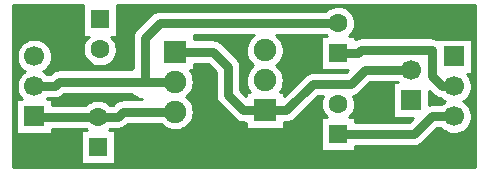
<source format=gbr>
G04 DipTrace 2.4.0.2*
%INTop.gbr*%
%MOIN*%
%ADD14C,0.03*%
%ADD15C,0.01*%
%ADD16R,0.063X0.063*%
%ADD17C,0.063*%
%ADD18R,0.0669X0.0669*%
%ADD19C,0.0669*%
%ADD20R,0.0748X0.0748*%
%ADD21C,0.0748*%
%FSLAX44Y44*%
G04*
G70*
G90*
G75*
G01*
%LNTop*%
%LPD*%
X1000Y3000D2*
D14*
X1685D1*
X1845Y3160D1*
X4688D1*
Y4620D1*
X5188Y5120D1*
X11126D1*
X4688Y3160D2*
X5688D1*
X1000Y2000D2*
D3*
X3125Y1990D2*
X3790D1*
X3960Y2160D1*
X5688D1*
X1010Y1990D2*
X3125D1*
X15002Y2000D2*
X14249D1*
X13659Y1410D1*
X11126D1*
X15002Y3000D2*
X14583D1*
X14249Y3335D1*
Y4225D1*
X11896D1*
X11791Y4120D1*
X11126D1*
X13564Y3540D2*
X12024D1*
X11559Y3075D1*
X10287D1*
X9412Y2200D1*
X8688D1*
X7964D1*
X7464Y2700D1*
Y3660D1*
X6964Y4160D1*
X5688D1*
X310Y5601D2*
D15*
X2610D1*
X3767D2*
X10813D1*
X11439D2*
X15690D1*
X310Y5503D2*
X2610D1*
X3767D2*
X5049D1*
X11558D2*
X15690D1*
X310Y5404D2*
X2610D1*
X3767D2*
X4891D1*
X11630D2*
X15690D1*
X310Y5305D2*
X2610D1*
X3767D2*
X4792D1*
X11673D2*
X15690D1*
X310Y5207D2*
X2610D1*
X3767D2*
X4694D1*
X11698D2*
X15690D1*
X310Y5108D2*
X2610D1*
X3767D2*
X4595D1*
X11705D2*
X15690D1*
X310Y5009D2*
X2610D1*
X3767D2*
X4495D1*
X11694D2*
X15690D1*
X310Y4910D2*
X2610D1*
X3767D2*
X4397D1*
X11665D2*
X15690D1*
X310Y4812D2*
X2610D1*
X3767D2*
X4322D1*
X11614D2*
X15690D1*
X310Y4713D2*
X2610D1*
X3767D2*
X4285D1*
X6326D2*
X8316D1*
X9061D2*
X10719D1*
X11534D2*
X15690D1*
X310Y4614D2*
X2758D1*
X3617D2*
X4274D1*
X6326D2*
X8206D1*
X9170D2*
X10547D1*
X11705D2*
X11780D1*
X14364D2*
X15690D1*
X310Y4516D2*
X706D1*
X1294D2*
X2686D1*
X3689D2*
X4274D1*
X7165D2*
X8136D1*
X9240D2*
X10547D1*
X15600D2*
X15690D1*
X310Y4417D2*
X575D1*
X1425D2*
X2641D1*
X3736D2*
X4274D1*
X7289D2*
X8089D1*
X9287D2*
X10547D1*
X15600D2*
X15690D1*
X310Y4318D2*
X495D1*
X1505D2*
X2616D1*
X3759D2*
X4274D1*
X7387D2*
X8061D1*
X9315D2*
X10547D1*
X15600D2*
X15690D1*
X310Y4220D2*
X444D1*
X1556D2*
X2610D1*
X3767D2*
X4274D1*
X7486D2*
X8050D1*
X9326D2*
X10547D1*
X15600D2*
X15690D1*
X310Y4121D2*
X414D1*
X1586D2*
X2619D1*
X3756D2*
X4274D1*
X7584D2*
X8055D1*
X9322D2*
X10547D1*
X15600D2*
X15690D1*
X310Y4022D2*
X402D1*
X1598D2*
X2649D1*
X3728D2*
X4274D1*
X7683D2*
X8077D1*
X9301D2*
X10547D1*
X15600D2*
X15690D1*
X310Y3924D2*
X406D1*
X1594D2*
X2699D1*
X3676D2*
X4274D1*
X7781D2*
X8114D1*
X9262D2*
X10547D1*
X15600D2*
X15690D1*
X310Y3825D2*
X428D1*
X1572D2*
X2778D1*
X3597D2*
X4274D1*
X7844D2*
X8175D1*
X9201D2*
X10547D1*
X15600D2*
X15690D1*
X310Y3726D2*
X469D1*
X1531D2*
X2914D1*
X3462D2*
X4274D1*
X6326D2*
X6817D1*
X7873D2*
X8266D1*
X9111D2*
X10547D1*
X15600D2*
X15690D1*
X310Y3628D2*
X535D1*
X1465D2*
X4274D1*
X6326D2*
X6916D1*
X7878D2*
X8219D1*
X9158D2*
X10547D1*
X15600D2*
X15690D1*
X310Y3529D2*
X638D1*
X1362D2*
X1670D1*
X6206D2*
X7014D1*
X7878D2*
X8144D1*
X9233D2*
X11431D1*
X15600D2*
X15690D1*
X310Y3430D2*
X589D1*
X1412D2*
X1535D1*
X6265D2*
X7050D1*
X7878D2*
X8094D1*
X9283D2*
X10085D1*
X15600D2*
X15690D1*
X310Y3331D2*
X503D1*
X6301D2*
X7050D1*
X7878D2*
X8064D1*
X9312D2*
X9963D1*
X15498D2*
X15690D1*
X310Y3233D2*
X450D1*
X6322D2*
X7050D1*
X7878D2*
X8052D1*
X9325D2*
X9864D1*
X15551D2*
X15690D1*
X310Y3134D2*
X417D1*
X6325D2*
X7050D1*
X7878D2*
X8053D1*
X9323D2*
X9766D1*
X12198D2*
X13128D1*
X15584D2*
X15690D1*
X310Y3035D2*
X403D1*
X6314D2*
X7050D1*
X7878D2*
X8072D1*
X9305D2*
X9667D1*
X12100D2*
X12966D1*
X15598D2*
X15690D1*
X310Y2937D2*
X405D1*
X6284D2*
X7050D1*
X7878D2*
X8108D1*
X9269D2*
X9567D1*
X12001D2*
X12966D1*
X15597D2*
X15690D1*
X310Y2838D2*
X424D1*
X6237D2*
X7050D1*
X7908D2*
X8166D1*
X9211D2*
X9469D1*
X11903D2*
X12966D1*
X15578D2*
X15690D1*
X310Y2739D2*
X463D1*
X2005D2*
X4245D1*
X6164D2*
X7050D1*
X8006D2*
X8050D1*
X9326D2*
X9370D1*
X11794D2*
X12966D1*
X14162D2*
X14263D1*
X15539D2*
X15690D1*
X310Y2641D2*
X524D1*
X1880D2*
X4370D1*
X6101D2*
X7055D1*
X10434D2*
X10595D1*
X11656D2*
X12966D1*
X14162D2*
X14389D1*
X15478D2*
X15690D1*
X310Y2542D2*
X402D1*
X1598D2*
X2978D1*
X3273D2*
X3819D1*
X6197D2*
X7083D1*
X10336D2*
X10563D1*
X11689D2*
X12966D1*
X14162D2*
X14622D1*
X15381D2*
X15690D1*
X310Y2443D2*
X402D1*
X1598D2*
X2772D1*
X3480D2*
X3663D1*
X6258D2*
X7142D1*
X10237D2*
X10549D1*
X11705D2*
X12966D1*
X14162D2*
X14605D1*
X15398D2*
X15690D1*
X310Y2345D2*
X402D1*
X6298D2*
X7239D1*
X10139D2*
X10552D1*
X11701D2*
X12966D1*
X15489D2*
X15690D1*
X310Y2246D2*
X402D1*
X6320D2*
X7338D1*
X10039D2*
X10572D1*
X11681D2*
X12966D1*
X15547D2*
X15690D1*
X310Y2147D2*
X402D1*
X6326D2*
X7436D1*
X9940D2*
X10611D1*
X11640D2*
X12966D1*
X15581D2*
X15690D1*
X310Y2049D2*
X388D1*
X6315D2*
X7535D1*
X9842D2*
X10677D1*
X11575D2*
X12966D1*
X15598D2*
X15690D1*
X310Y1950D2*
X388D1*
X6290D2*
X7633D1*
X9744D2*
X10547D1*
X11705D2*
X13617D1*
X15598D2*
X15690D1*
X310Y1851D2*
X402D1*
X6245D2*
X7750D1*
X9626D2*
X10547D1*
X11705D2*
X13519D1*
X15581D2*
X15690D1*
X310Y1752D2*
X402D1*
X4134D2*
X5200D1*
X6176D2*
X8050D1*
X9326D2*
X10547D1*
X15545D2*
X15690D1*
X310Y1654D2*
X402D1*
X4025D2*
X5306D1*
X6070D2*
X8050D1*
X9326D2*
X10547D1*
X15487D2*
X15690D1*
X310Y1555D2*
X402D1*
X1598D2*
X2547D1*
X3705D2*
X5510D1*
X5867D2*
X10547D1*
X14384D2*
X14606D1*
X15397D2*
X15690D1*
X310Y1456D2*
X402D1*
X1598D2*
X2547D1*
X3705D2*
X10547D1*
X14286D2*
X14766D1*
X15237D2*
X15690D1*
X310Y1358D2*
X2547D1*
X3705D2*
X10547D1*
X14187D2*
X15690D1*
X310Y1259D2*
X2547D1*
X3705D2*
X10547D1*
X14089D2*
X15690D1*
X310Y1160D2*
X2547D1*
X3705D2*
X10547D1*
X13990D2*
X15690D1*
X310Y1062D2*
X2547D1*
X3705D2*
X10547D1*
X13873D2*
X15690D1*
X310Y963D2*
X2547D1*
X3705D2*
X10547D1*
X11705D2*
X15690D1*
X310Y864D2*
X2547D1*
X3705D2*
X10547D1*
X11705D2*
X15690D1*
X310Y766D2*
X2547D1*
X3705D2*
X15690D1*
X310Y667D2*
X2547D1*
X3705D2*
X15690D1*
X310Y568D2*
X2547D1*
X3705D2*
X15690D1*
X310Y470D2*
X2547D1*
X3705D2*
X15690D1*
X310Y371D2*
X15690D1*
X3757Y5701D2*
Y4661D1*
X3558D1*
X3605Y4616D1*
X3667Y4538D1*
X3713Y4449D1*
X3743Y4354D1*
X3756Y4255D1*
X3755Y4180D1*
X3737Y4082D1*
X3703Y3988D1*
X3652Y3902D1*
X3588Y3825D1*
X3511Y3762D1*
X3424Y3712D1*
X3330Y3679D1*
X3232Y3663D1*
X3132Y3664D1*
X3034Y3682D1*
X2940Y3718D1*
X2854Y3769D1*
X2779Y3834D1*
X2716Y3912D1*
X2668Y3999D1*
X2635Y4094D1*
X2620Y4193D1*
X2622Y4292D1*
X2642Y4390D1*
X2678Y4483D1*
X2731Y4569D1*
X2797Y4643D1*
X2817Y4661D1*
X2619D1*
Y5700D1*
X300D1*
Y300D1*
X15700D1*
Y5700D1*
X3758D1*
X2606Y1559D2*
X2753Y1560D1*
X2724Y1587D1*
X1589Y1586D1*
Y1411D1*
X1134D1*
X1049Y1398D1*
X949D1*
X867Y1411D1*
X411D1*
Y1866D1*
X398Y1953D1*
Y2052D1*
X412Y2134D1*
X411Y2589D1*
X579D1*
X512Y2671D1*
X463Y2758D1*
X430Y2852D1*
X414Y2951D1*
Y3051D1*
X431Y3149D1*
X464Y3243D1*
X513Y3330D1*
X576Y3408D1*
X651Y3474D1*
X691Y3501D1*
X650Y3527D1*
X575Y3593D1*
X512Y3671D1*
X463Y3758D1*
X430Y3852D1*
X414Y3951D1*
Y4051D1*
X431Y4149D1*
X464Y4243D1*
X513Y4330D1*
X576Y4408D1*
X651Y4474D1*
X736Y4526D1*
X829Y4563D1*
X926Y4584D1*
X1026Y4588D1*
X1125Y4575D1*
X1221Y4546D1*
X1310Y4501D1*
X1390Y4441D1*
X1459Y4369D1*
X1515Y4286D1*
X1556Y4195D1*
X1581Y4098D1*
X1589Y4000D1*
X1580Y3900D1*
X1555Y3804D1*
X1514Y3713D1*
X1458Y3630D1*
X1389Y3558D1*
X1310Y3500D1*
X1351Y3473D1*
X1426Y3406D1*
X1429Y3403D1*
X1517Y3404D1*
X1597Y3479D1*
X1638Y3507D1*
X1682Y3530D1*
X1729Y3547D1*
X1778Y3558D1*
X1845Y3564D1*
X4240D1*
X4284Y3610D1*
Y4620D1*
X4287Y4670D1*
X4296Y4719D1*
X4312Y4767D1*
X4333Y4812D1*
X4359Y4854D1*
X4402Y4906D1*
X4902Y5406D1*
X4940Y5439D1*
X4981Y5467D1*
X5026Y5490D1*
X5072Y5507D1*
X5121Y5518D1*
X5188Y5524D1*
X10727D1*
X10773Y5566D1*
X10856Y5621D1*
X10948Y5660D1*
X11045Y5683D1*
X11145Y5689D1*
X11244Y5677D1*
X11340Y5647D1*
X11429Y5602D1*
X11508Y5542D1*
X11576Y5468D1*
X11630Y5384D1*
X11668Y5292D1*
X11690Y5195D1*
X11695Y5120D1*
X11686Y5021D1*
X11660Y4924D1*
X11618Y4834D1*
X11560Y4752D1*
X11497Y4689D1*
X11695D1*
Y4575D1*
X11731Y4594D1*
X11778Y4611D1*
X11827Y4623D1*
X11896Y4629D1*
X14249D1*
X14298Y4626D1*
X14348Y4616D1*
X14411Y4595D1*
X14463Y4589D1*
X15590D1*
Y3411D1*
X15423D1*
X15490Y3329D1*
X15539Y3241D1*
X15572Y3147D1*
X15588Y3049D1*
Y2950D1*
X15571Y2852D1*
X15538Y2757D1*
X15489Y2670D1*
X15426Y2593D1*
X15351Y2527D1*
X15311Y2500D1*
X15353Y2473D1*
X15427Y2406D1*
X15490Y2329D1*
X15539Y2241D1*
X15572Y2147D1*
X15588Y2049D1*
Y1950D1*
X15571Y1852D1*
X15538Y1757D1*
X15489Y1670D1*
X15426Y1593D1*
X15351Y1527D1*
X15266Y1474D1*
X15174Y1437D1*
X15076Y1416D1*
X14976Y1412D1*
X14877Y1425D1*
X14782Y1454D1*
X14693Y1499D1*
X14612Y1558D1*
X14573Y1597D1*
X14416Y1596D1*
X13944Y1124D1*
X13907Y1091D1*
X13866Y1063D1*
X13821Y1040D1*
X13774Y1023D1*
X13726Y1012D1*
X13659Y1006D1*
X11695D1*
Y841D1*
X10557D1*
Y1979D1*
X10754Y1980D1*
X10684Y2052D1*
X10628Y2135D1*
X10588Y2226D1*
X10564Y2323D1*
X10557Y2423D1*
X10568Y2522D1*
X10596Y2618D1*
X10621Y2670D1*
X10454Y2671D1*
X9698Y1914D1*
X9661Y1881D1*
X9619Y1853D1*
X9575Y1830D1*
X9528Y1813D1*
X9479Y1802D1*
X9412Y1796D1*
X9317D1*
X9316Y1572D1*
X8060D1*
Y1795D1*
X7914Y1799D1*
X7865Y1808D1*
X7818Y1824D1*
X7772Y1845D1*
X7730Y1871D1*
X7679Y1914D1*
X7179Y2414D1*
X7146Y2452D1*
X7117Y2493D1*
X7095Y2537D1*
X7077Y2584D1*
X7066Y2633D1*
X7060Y2700D1*
Y3492D1*
X6798Y3756D1*
X6316D1*
Y3532D1*
X6195Y3530D1*
X6248Y3445D1*
X6286Y3353D1*
X6309Y3256D1*
X6316Y3160D1*
X6308Y3060D1*
X6285Y2963D1*
X6246Y2871D1*
X6193Y2787D1*
X6127Y2711D1*
X6067Y2660D1*
X6130Y2606D1*
X6195Y2530D1*
X6248Y2445D1*
X6286Y2353D1*
X6309Y2256D1*
X6316Y2160D1*
X6308Y2060D1*
X6285Y1963D1*
X6246Y1871D1*
X6193Y1787D1*
X6127Y1711D1*
X6051Y1647D1*
X5965Y1596D1*
X5872Y1559D1*
X5774Y1538D1*
X5675Y1532D1*
X5575Y1542D1*
X5479Y1568D1*
X5387Y1609D1*
X5304Y1663D1*
X5230Y1730D1*
X5208Y1755D1*
X4127Y1756D1*
X4039Y1671D1*
X3997Y1643D1*
X3953Y1620D1*
X3906Y1603D1*
X3857Y1592D1*
X3790Y1586D1*
X3525Y1585D1*
X3496Y1559D1*
X3694D1*
Y421D1*
X2556D1*
Y1559D1*
X2606D1*
X2724Y2393D2*
X2772Y2436D1*
X2855Y2491D1*
X2947Y2530D1*
X3044Y2553D1*
X3144Y2559D1*
X3243Y2547D1*
X3339Y2517D1*
X3428Y2472D1*
X3507Y2412D1*
X3526Y2393D1*
X3624Y2394D1*
X3712Y2479D1*
X3753Y2507D1*
X3798Y2530D1*
X3845Y2547D1*
X3893Y2558D1*
X3960Y2564D1*
X4587D1*
X4491Y2589D1*
X4399Y2630D1*
X4316Y2684D1*
X4242Y2752D1*
X4238Y2756D1*
X2012D1*
X1933Y2681D1*
X1892Y2653D1*
X1847Y2630D1*
X1800Y2613D1*
X1752Y2602D1*
X1685Y2596D1*
X1427D1*
X1422Y2589D1*
X1589D1*
Y2393D1*
X2724Y2394D1*
X10607Y4689D2*
X10754Y4690D1*
X10725Y4717D1*
X9476Y4716D1*
X9046D1*
X9094Y4680D1*
X9165Y4609D1*
X9224Y4529D1*
X9269Y4440D1*
X9300Y4345D1*
X9315Y4246D1*
X9314Y4150D1*
X9299Y4051D1*
X9267Y3957D1*
X9221Y3868D1*
X9162Y3788D1*
X9091Y3718D1*
X9067Y3700D1*
X9131Y3646D1*
X9196Y3570D1*
X9248Y3485D1*
X9286Y3393D1*
X9309Y3296D1*
X9316Y3200D1*
X9308Y3100D1*
X9285Y3003D1*
X9246Y2911D1*
X9194Y2828D1*
X9316D1*
Y2676D1*
X10002Y3361D1*
X10039Y3394D1*
X10080Y3422D1*
X10125Y3445D1*
X10172Y3462D1*
X10220Y3473D1*
X10287Y3479D1*
X11392D1*
X11464Y3552D1*
X10557Y3551D1*
Y4689D1*
X10607D1*
X11496Y1979D2*
X11695D1*
Y1815D1*
X12576Y1814D1*
X13490D1*
X13628Y1951D1*
X12975D1*
Y3129D1*
X13142D1*
X13135Y3137D1*
X12190Y3136D1*
X11844Y2789D1*
X11807Y2756D1*
X11766Y2728D1*
X11721Y2705D1*
X11630Y2674D1*
X11668Y2582D1*
X11690Y2485D1*
X11695Y2410D1*
X11686Y2311D1*
X11660Y2214D1*
X11618Y2124D1*
X11560Y2042D1*
X11497Y1979D1*
X14691Y2500D2*
X14612Y2558D1*
X14573Y2597D1*
X14535Y2599D1*
X14486Y2608D1*
X14438Y2623D1*
X14393Y2644D1*
X14350Y2670D1*
X14298Y2714D1*
X14153Y2859D1*
Y2393D1*
X14229Y2404D1*
X14575D1*
X14613Y2442D1*
X14692Y2501D1*
X6316Y4715D2*
Y4565D1*
X6964Y4564D1*
X7014Y4561D1*
X7063Y4552D1*
X7111Y4536D1*
X7156Y4515D1*
X7199Y4489D1*
X7250Y4446D1*
X7750Y3946D1*
X7783Y3908D1*
X7811Y3867D1*
X7834Y3823D1*
X7851Y3776D1*
X7863Y3727D1*
X7868Y3660D1*
Y2868D1*
X8061Y2675D1*
X8060Y2828D1*
X8184D1*
X8142Y2891D1*
X8100Y2982D1*
X8072Y3078D1*
X8061Y3177D1*
X8065Y3277D1*
X8085Y3375D1*
X8121Y3468D1*
X8170Y3555D1*
X8233Y3632D1*
X8309Y3700D1*
X8266Y3735D1*
X8198Y3808D1*
X8142Y3891D1*
X8100Y3982D1*
X8072Y4078D1*
X8061Y4177D1*
X8065Y4277D1*
X8085Y4375D1*
X8121Y4468D1*
X8170Y4555D1*
X8233Y4632D1*
X8307Y4699D1*
X8332Y4716D1*
X6315D1*
D16*
X3188Y5230D3*
D17*
Y4230D3*
D16*
X3125Y990D3*
D17*
Y1990D3*
D16*
X11126Y4120D3*
D17*
Y5120D3*
D16*
Y1410D3*
D17*
Y2410D3*
D18*
X1000Y2000D3*
D19*
Y3000D3*
Y4000D3*
D18*
X15002D3*
D19*
Y3000D3*
Y2000D3*
D18*
X13564Y2540D3*
D19*
Y3540D3*
D20*
X5688Y4160D3*
D21*
Y3160D3*
Y2160D3*
D20*
X8688Y2200D3*
D21*
Y3200D3*
Y4200D3*
M02*

</source>
